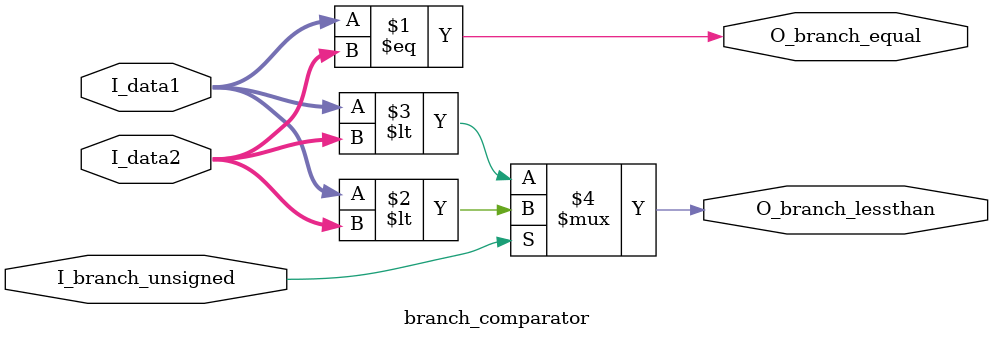
<source format=v>

module branch_comparator(
        input wire I_branch_unsigned,
        input wire [31:0] I_data1,
        input wire [31:0] I_data2,
        output wire O_branch_equal,
        output wire O_branch_lessthan
    );
    
    assign O_branch_equal = I_data1 == I_data2;
    assign O_branch_lessthan = I_branch_unsigned ? I_data1 < I_data2 : $signed(I_data1) < $signed(I_data2);
    
endmodule

</source>
